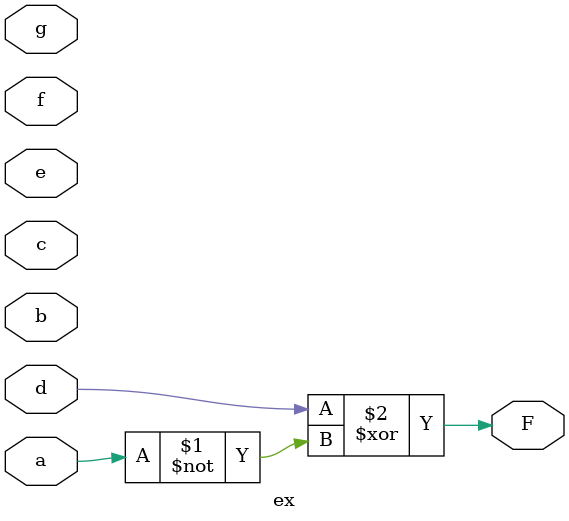
<source format=v>

module ex ( 
    a, b, c, d, e, f, g,
    F  );
  input  a, b, c, d, e, f, g;
  output F;
  assign F = d ^ ~a;
endmodule



</source>
